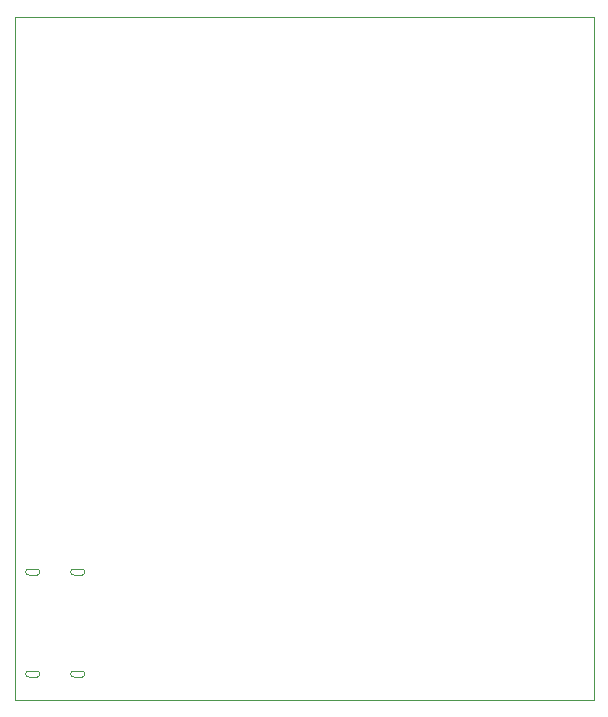
<source format=gbr>
G04 #@! TF.GenerationSoftware,KiCad,Pcbnew,(5.1.7)-1*
G04 #@! TF.CreationDate,2021-05-24T20:06:32+02:00*
G04 #@! TF.ProjectId,dcdcdc,64636463-6463-42e6-9b69-6361645f7063,rev?*
G04 #@! TF.SameCoordinates,Original*
G04 #@! TF.FileFunction,Profile,NP*
%FSLAX46Y46*%
G04 Gerber Fmt 4.6, Leading zero omitted, Abs format (unit mm)*
G04 Created by KiCad (PCBNEW (5.1.7)-1) date 2021-05-24 20:06:32*
%MOMM*%
%LPD*%
G01*
G04 APERTURE LIST*
G04 #@! TA.AperFunction,Profile*
%ADD10C,0.050000*%
G04 #@! TD*
G04 #@! TA.AperFunction,Profile*
%ADD11C,0.100000*%
G04 #@! TD*
G04 APERTURE END LIST*
D10*
X0Y-57800000D02*
X0Y0D01*
X49000000Y-57800000D02*
X0Y-57800000D01*
X49000000Y0D02*
X49000000Y-57800000D01*
X0Y0D02*
X49000000Y0D01*
D11*
X1174000Y-55880000D02*
X1874000Y-55880000D01*
X1874000Y-55380000D02*
X1174000Y-55380000D01*
X1174000Y-47240000D02*
X1874000Y-47240000D01*
X1874000Y-46740000D02*
X1174000Y-46740000D01*
X4974000Y-55880000D02*
X5674000Y-55880000D01*
X5674000Y-55380000D02*
X4974000Y-55380000D01*
X4974000Y-47240000D02*
X5674000Y-47240000D01*
X5674000Y-46740000D02*
X4974000Y-46740000D01*
X4974000Y-46740000D02*
G75*
G03*
X4724000Y-46990000I0J-250000D01*
G01*
X4724000Y-46990000D02*
G75*
G03*
X4974000Y-47240000I250000J0D01*
G01*
X5674000Y-47240000D02*
G75*
G03*
X5924000Y-46990000I0J250000D01*
G01*
X5924000Y-46990000D02*
G75*
G03*
X5674000Y-46740000I-250000J0D01*
G01*
X4974000Y-55380000D02*
G75*
G03*
X4724000Y-55630000I0J-250000D01*
G01*
X4724000Y-55630000D02*
G75*
G03*
X4974000Y-55880000I250000J0D01*
G01*
X5674000Y-55880000D02*
G75*
G03*
X5924000Y-55630000I0J250000D01*
G01*
X5924000Y-55630000D02*
G75*
G03*
X5674000Y-55380000I-250000J0D01*
G01*
X1174000Y-46740000D02*
G75*
G03*
X924000Y-46990000I0J-250000D01*
G01*
X924000Y-46990000D02*
G75*
G03*
X1174000Y-47240000I250000J0D01*
G01*
X1874000Y-47240000D02*
G75*
G03*
X2124000Y-46990000I0J250000D01*
G01*
X2124000Y-46990000D02*
G75*
G03*
X1874000Y-46740000I-250000J0D01*
G01*
X1174000Y-55380000D02*
G75*
G03*
X924000Y-55630000I0J-250000D01*
G01*
X924000Y-55630000D02*
G75*
G03*
X1174000Y-55880000I250000J0D01*
G01*
X1874000Y-55880000D02*
G75*
G03*
X2124000Y-55630000I0J250000D01*
G01*
X2124000Y-55630000D02*
G75*
G03*
X1874000Y-55380000I-250000J0D01*
G01*
M02*

</source>
